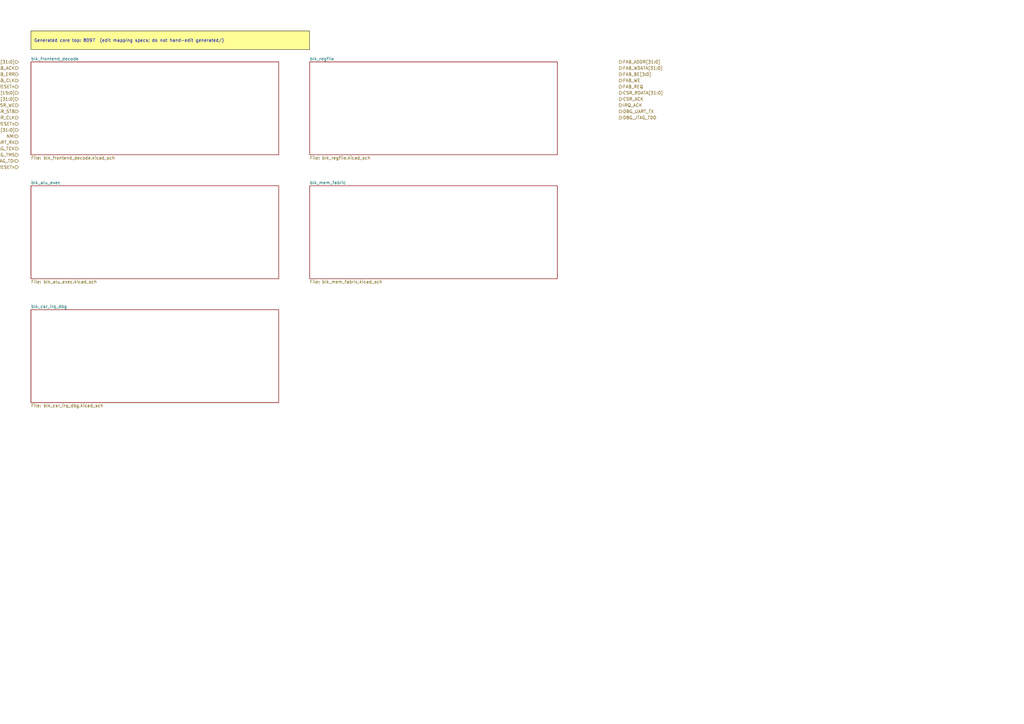
<source format=kicad_sch>
(kicad_sch
	(version 20250114)
	(generator "kicadgen")
	(generator_version "0.1")
	(uuid "434379b0-f4a8-5a82-b80a-b63d0dd5565f")
	(paper "A3")
	(title_block
		(title "8097 (generated)")
		(company "Project Carbon")
		(comment 1 "Generated - do not edit in generated/")
		(comment 2 "Edit in schem/kicad9/manual/ or refine mapping specs")
	)
	(lib_symbols)
	(text_box
		"Generated core top: 8097  (edit mapping specs; do not hand-edit generated/)"
		(exclude_from_sim no)
		(at
			12.7
			12.7
			0
		)
		(size 114.3 7.62)
		(margins
			1.27
			1.27
			1.27
			1.27
		)
		(stroke
			(width 0)
			(type default)
			(color
				0
				0
				0
				1
			)
		)
		(fill
			(type color)
			(color
				255
				255
				150
				1
			)
		)
		(effects
			(font
				(size 1.27 1.27)
			)
			(justify left)
		)
		(uuid "549df54b-85ea-57d6-826f-7b6320d510fa")
	)
	(sheet
		(at 12.7 25.4)
		(size 101.6 38.1)
		(exclude_from_sim no)
		(in_bom yes)
		(on_board yes)
		(dnp no)
		(stroke
			(width 0)
			(type solid)
		)
		(fill
			(color
				0
				0
				0
				0
			)
		)
		(uuid "c7da11c8-8567-5b89-af11-7018344be27e")
		(property
			"Sheetname"
			"blk_frontend_decode"
			(at
				12.7
				24.13
				0
			)
			(effects
				(font
					(size 1.27 1.27)
				)
				(justify left)
			)
		)
		(property
			"Sheetfile"
			"blk_frontend_decode.kicad_sch"
			(at
				12.7
				64.77
				0
			)
			(effects
				(font
					(size 1.27 1.27)
				)
				(justify left)
			)
		)
		(instances
			(project
				"core_8097"
				(path
					"/434379b0-f4a8-5a82-b80a-b63d0dd5565f"
					(page "2")
				)
			)
		)
	)
	(sheet
		(at 127 25.4)
		(size 101.6 38.1)
		(exclude_from_sim no)
		(in_bom yes)
		(on_board yes)
		(dnp no)
		(stroke
			(width 0)
			(type solid)
		)
		(fill
			(color
				0
				0
				0
				0
			)
		)
		(uuid "4b3656de-4443-5f2e-b248-5eab32b7da1c")
		(property
			"Sheetname"
			"blk_regfile"
			(at
				127
				24.13
				0
			)
			(effects
				(font
					(size 1.27 1.27)
				)
				(justify left)
			)
		)
		(property
			"Sheetfile"
			"blk_regfile.kicad_sch"
			(at
				127
				64.77
				0
			)
			(effects
				(font
					(size 1.27 1.27)
				)
				(justify left)
			)
		)
		(instances
			(project
				"core_8097"
				(path
					"/434379b0-f4a8-5a82-b80a-b63d0dd5565f"
					(page "3")
				)
			)
		)
	)
	(sheet
		(at 12.7 76.2)
		(size 101.6 38.1)
		(exclude_from_sim no)
		(in_bom yes)
		(on_board yes)
		(dnp no)
		(stroke
			(width 0)
			(type solid)
		)
		(fill
			(color
				0
				0
				0
				0
			)
		)
		(uuid "72111529-0868-5c55-b70b-c1645b538cb6")
		(property
			"Sheetname"
			"blk_alu_exec"
			(at
				12.7
				74.93
				0
			)
			(effects
				(font
					(size 1.27 1.27)
				)
				(justify left)
			)
		)
		(property
			"Sheetfile"
			"blk_alu_exec.kicad_sch"
			(at
				12.7
				115.57
				0
			)
			(effects
				(font
					(size 1.27 1.27)
				)
				(justify left)
			)
		)
		(instances
			(project
				"core_8097"
				(path
					"/434379b0-f4a8-5a82-b80a-b63d0dd5565f"
					(page "4")
				)
			)
		)
	)
	(sheet
		(at 127 76.2)
		(size 101.6 38.1)
		(exclude_from_sim no)
		(in_bom yes)
		(on_board yes)
		(dnp no)
		(stroke
			(width 0)
			(type solid)
		)
		(fill
			(color
				0
				0
				0
				0
			)
		)
		(uuid "454af2e8-ae54-544e-b904-637a41ccbd0f")
		(property
			"Sheetname"
			"blk_mem_fabric"
			(at
				127
				74.93
				0
			)
			(effects
				(font
					(size 1.27 1.27)
				)
				(justify left)
			)
		)
		(property
			"Sheetfile"
			"blk_mem_fabric.kicad_sch"
			(at
				127
				115.57
				0
			)
			(effects
				(font
					(size 1.27 1.27)
				)
				(justify left)
			)
		)
		(instances
			(project
				"core_8097"
				(path
					"/434379b0-f4a8-5a82-b80a-b63d0dd5565f"
					(page "5")
				)
			)
		)
	)
	(sheet
		(at 12.7 127)
		(size 101.6 38.1)
		(exclude_from_sim no)
		(in_bom yes)
		(on_board yes)
		(dnp no)
		(stroke
			(width 0)
			(type solid)
		)
		(fill
			(color
				0
				0
				0
				0
			)
		)
		(uuid "ab7a9bad-8fe0-5d49-8bc5-94a990f12b79")
		(property
			"Sheetname"
			"blk_csr_irq_dbg"
			(at
				12.7
				125.73
				0
			)
			(effects
				(font
					(size 1.27 1.27)
				)
				(justify left)
			)
		)
		(property
			"Sheetfile"
			"blk_csr_irq_dbg.kicad_sch"
			(at
				12.7
				166.37
				0
			)
			(effects
				(font
					(size 1.27 1.27)
				)
				(justify left)
			)
		)
		(instances
			(project
				"core_8097"
				(path
					"/434379b0-f4a8-5a82-b80a-b63d0dd5565f"
					(page "6")
				)
			)
		)
	)
	(hierarchical_label
		"FAB_ADDR[31:0]"
		(shape output)
		(at
			254
			25.4
			0
		)
		(effects
			(font
				(size 1.27 1.27)
			)
			(justify left)
		)
		(uuid "32872684-5a30-5881-ad8c-6f0e178d8ad5")
	)
	(hierarchical_label
		"FAB_WDATA[31:0]"
		(shape output)
		(at
			254
			27.94
			0
		)
		(effects
			(font
				(size 1.27 1.27)
			)
			(justify left)
		)
		(uuid "b01cb99b-1c69-5411-8550-30a185c9ff82")
	)
	(hierarchical_label
		"FAB_RDATA[31:0]"
		(shape input)
		(at
			7.62
			25.4
			180
		)
		(effects
			(font
				(size 1.27 1.27)
			)
			(justify right)
		)
		(uuid "ba0e6a91-b8c6-5677-86eb-f3df7b225e33")
	)
	(hierarchical_label
		"FAB_BE[3:0]"
		(shape output)
		(at
			254
			30.48
			0
		)
		(effects
			(font
				(size 1.27 1.27)
			)
			(justify left)
		)
		(uuid "ac9b504b-fa5d-513a-ad0f-cc7f64db7d5e")
	)
	(hierarchical_label
		"FAB_WE"
		(shape output)
		(at
			254
			33.02
			0
		)
		(effects
			(font
				(size 1.27 1.27)
			)
			(justify left)
		)
		(uuid "e07b5021-f467-5269-bd80-b44d5af4583d")
	)
	(hierarchical_label
		"FAB_REQ"
		(shape output)
		(at
			254
			35.56
			0
		)
		(effects
			(font
				(size 1.27 1.27)
			)
			(justify left)
		)
		(uuid "51dce5a3-8a00-5173-9227-10709585784a")
	)
	(hierarchical_label
		"FAB_ACK"
		(shape input)
		(at
			7.62
			27.94
			180
		)
		(effects
			(font
				(size 1.27 1.27)
			)
			(justify right)
		)
		(uuid "beea6a65-bfb3-5c74-824d-37529d919281")
	)
	(hierarchical_label
		"FAB_ERR"
		(shape input)
		(at
			7.62
			30.48
			180
		)
		(effects
			(font
				(size 1.27 1.27)
			)
			(justify right)
		)
		(uuid "90bff500-0757-5075-b121-963c88539aec")
	)
	(hierarchical_label
		"FAB_CLK"
		(shape input)
		(at
			7.62
			33.02
			180
		)
		(effects
			(font
				(size 1.27 1.27)
			)
			(justify right)
		)
		(uuid "f6381582-3a67-5093-a627-2ca47afac094")
	)
	(hierarchical_label
		"FAB_RESETn"
		(shape input)
		(at
			7.62
			35.56
			180
		)
		(effects
			(font
				(size 1.27 1.27)
			)
			(justify right)
		)
		(uuid "25bc2ef1-7764-55f7-8de3-27010c1b497d")
	)
	(hierarchical_label
		"CSR_ADDR[15:0]"
		(shape input)
		(at
			7.62
			38.1
			180
		)
		(effects
			(font
				(size 1.27 1.27)
			)
			(justify right)
		)
		(uuid "e084ac04-6d40-5108-bfce-01edcba9eef1")
	)
	(hierarchical_label
		"CSR_WDATA[31:0]"
		(shape input)
		(at
			7.62
			40.64
			180
		)
		(effects
			(font
				(size 1.27 1.27)
			)
			(justify right)
		)
		(uuid "c17fe536-2aef-5e77-8212-e90871afe089")
	)
	(hierarchical_label
		"CSR_RDATA[31:0]"
		(shape output)
		(at
			254
			38.1
			0
		)
		(effects
			(font
				(size 1.27 1.27)
			)
			(justify left)
		)
		(uuid "a319c48a-578b-5ed0-b05f-0c0990b5c556")
	)
	(hierarchical_label
		"CSR_WE"
		(shape input)
		(at
			7.62
			43.18
			180
		)
		(effects
			(font
				(size 1.27 1.27)
			)
			(justify right)
		)
		(uuid "31f0cc99-0e70-59e3-9e13-e8cf0d342ed3")
	)
	(hierarchical_label
		"CSR_STB"
		(shape input)
		(at
			7.62
			45.72
			180
		)
		(effects
			(font
				(size 1.27 1.27)
			)
			(justify right)
		)
		(uuid "da810565-e241-5c67-8da6-0852e5b0f4a2")
	)
	(hierarchical_label
		"CSR_ACK"
		(shape output)
		(at
			254
			40.64
			0
		)
		(effects
			(font
				(size 1.27 1.27)
			)
			(justify left)
		)
		(uuid "1737dc64-ed99-55f1-8a0a-3ebefc30d4de")
	)
	(hierarchical_label
		"CSR_CLK"
		(shape input)
		(at
			7.62
			48.26
			180
		)
		(effects
			(font
				(size 1.27 1.27)
			)
			(justify right)
		)
		(uuid "7da9a773-516b-53b3-9402-6f4ce71a4a37")
	)
	(hierarchical_label
		"CSR_RESETn"
		(shape input)
		(at
			7.62
			50.8
			180
		)
		(effects
			(font
				(size 1.27 1.27)
			)
			(justify right)
		)
		(uuid "76c424d5-9bce-52ff-b074-6643db6bf386")
	)
	(hierarchical_label
		"IRQ[31:0]"
		(shape input)
		(at
			7.62
			53.34
			180
		)
		(effects
			(font
				(size 1.27 1.27)
			)
			(justify right)
		)
		(uuid "03c5013b-bd28-5caa-8b2b-31b34feb73c6")
	)
	(hierarchical_label
		"NMI"
		(shape input)
		(at
			7.62
			55.88
			180
		)
		(effects
			(font
				(size 1.27 1.27)
			)
			(justify right)
		)
		(uuid "67c36da5-c560-5a3e-8435-c61404c66e9f")
	)
	(hierarchical_label
		"IRQ_ACK"
		(shape output)
		(at
			254
			43.18
			0
		)
		(effects
			(font
				(size 1.27 1.27)
			)
			(justify left)
		)
		(uuid "46ddf7be-87b5-524a-afa4-52f38c8611a4")
	)
	(hierarchical_label
		"DBG_UART_TX"
		(shape output)
		(at
			254
			45.72
			0
		)
		(effects
			(font
				(size 1.27 1.27)
			)
			(justify left)
		)
		(uuid "5cf7a2b8-d604-5d8e-be3f-a3b9c3f8934d")
	)
	(hierarchical_label
		"DBG_UART_RX"
		(shape input)
		(at
			7.62
			58.42
			180
		)
		(effects
			(font
				(size 1.27 1.27)
			)
			(justify right)
		)
		(uuid "fa41f2f4-1741-5436-8791-b0e47eb1e251")
	)
	(hierarchical_label
		"DBG_JTAG_TCK"
		(shape input)
		(at
			7.62
			60.96
			180
		)
		(effects
			(font
				(size 1.27 1.27)
			)
			(justify right)
		)
		(uuid "063b21da-e58c-5bd0-be11-597971e0beab")
	)
	(hierarchical_label
		"DBG_JTAG_TMS"
		(shape input)
		(at
			7.62
			63.5
			180
		)
		(effects
			(font
				(size 1.27 1.27)
			)
			(justify right)
		)
		(uuid "1d3a0bab-2cf3-55c4-8250-acffd2ee2806")
	)
	(hierarchical_label
		"DBG_JTAG_TDI"
		(shape input)
		(at
			7.62
			66.04
			180
		)
		(effects
			(font
				(size 1.27 1.27)
			)
			(justify right)
		)
		(uuid "14a5f96a-2c21-51fd-8b01-bb5214a372da")
	)
	(hierarchical_label
		"DBG_JTAG_TDO"
		(shape output)
		(at
			254
			48.26
			0
		)
		(effects
			(font
				(size 1.27 1.27)
			)
			(justify left)
		)
		(uuid "6949d45a-0b59-5f5d-89c8-a3339efb2a46")
	)
	(hierarchical_label
		"DBG_RESETn"
		(shape input)
		(at
			7.62
			68.58
			180
		)
		(effects
			(font
				(size 1.27 1.27)
			)
			(justify right)
		)
		(uuid "1f17ca45-1f57-503d-853f-1257ef5fe8e7")
	)
	(sheet_instances
		(path
			"/"
			(page "1")
		)
	)
	(embedded_fonts no)
)

</source>
